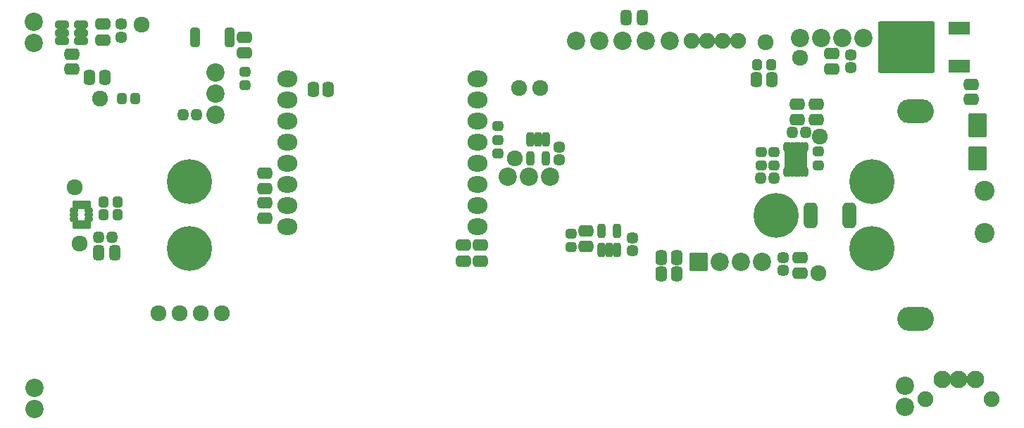
<source format=gbr>
%TF.GenerationSoftware,KiCad,Pcbnew,(6.0.11)*%
%TF.CreationDate,2023-02-13T14:33:55+01:00*%
%TF.ProjectId,carinsitu,63617269-6e73-4697-9475-2e6b69636164,1*%
%TF.SameCoordinates,Original*%
%TF.FileFunction,Soldermask,Top*%
%TF.FilePolarity,Negative*%
%FSLAX46Y46*%
G04 Gerber Fmt 4.6, Leading zero omitted, Abs format (unit mm)*
G04 Created by KiCad (PCBNEW (6.0.11)) date 2023-02-13 14:33:55*
%MOMM*%
%LPD*%
G01*
G04 APERTURE LIST*
G04 Aperture macros list*
%AMRoundRect*
0 Rectangle with rounded corners*
0 $1 Rounding radius*
0 $2 $3 $4 $5 $6 $7 $8 $9 X,Y pos of 4 corners*
0 Add a 4 corners polygon primitive as box body*
4,1,4,$2,$3,$4,$5,$6,$7,$8,$9,$2,$3,0*
0 Add four circle primitives for the rounded corners*
1,1,$1+$1,$2,$3*
1,1,$1+$1,$4,$5*
1,1,$1+$1,$6,$7*
1,1,$1+$1,$8,$9*
0 Add four rect primitives between the rounded corners*
20,1,$1+$1,$2,$3,$4,$5,0*
20,1,$1+$1,$4,$5,$6,$7,0*
20,1,$1+$1,$6,$7,$8,$9,0*
20,1,$1+$1,$8,$9,$2,$3,0*%
G04 Aperture macros list end*
%ADD10C,1.200000*%
%ADD11C,5.400000*%
%ADD12C,1.924000*%
%ADD13C,2.200000*%
%ADD14C,1.900000*%
%ADD15RoundRect,0.450000X0.450000X-0.262500X0.450000X0.262500X-0.450000X0.262500X-0.450000X-0.262500X0*%
%ADD16RoundRect,0.350000X0.512500X0.150000X-0.512500X0.150000X-0.512500X-0.150000X0.512500X-0.150000X0*%
%ADD17RoundRect,0.450000X-0.475000X0.250000X-0.475000X-0.250000X0.475000X-0.250000X0.475000X0.250000X0*%
%ADD18RoundRect,0.425000X-0.250000X0.225000X-0.250000X-0.225000X0.250000X-0.225000X0.250000X0.225000X0*%
%ADD19RoundRect,0.425000X-0.225000X-0.250000X0.225000X-0.250000X0.225000X0.250000X-0.225000X0.250000X0*%
%ADD20RoundRect,0.450000X-0.262500X-0.450000X0.262500X-0.450000X0.262500X0.450000X-0.262500X0.450000X0*%
%ADD21RoundRect,0.450000X-0.250000X-0.475000X0.250000X-0.475000X0.250000X0.475000X-0.250000X0.475000X0*%
%ADD22C,2.100000*%
%ADD23RoundRect,0.350000X-0.150000X0.512500X-0.150000X-0.512500X0.150000X-0.512500X0.150000X0.512500X0*%
%ADD24RoundRect,0.287500X-0.087500X0.225000X-0.087500X-0.225000X0.087500X-0.225000X0.087500X0.225000X0*%
%ADD25RoundRect,0.287500X-0.225000X0.087500X-0.225000X-0.087500X0.225000X-0.087500X0.225000X0.087500X0*%
%ADD26O,2.400000X2.000000*%
%ADD27RoundRect,0.450000X0.262500X0.450000X-0.262500X0.450000X-0.262500X-0.450000X0.262500X-0.450000X0*%
%ADD28RoundRect,0.450000X-0.450000X0.262500X-0.450000X-0.262500X0.450000X-0.262500X0.450000X0.262500X0*%
%ADD29RoundRect,0.250000X0.050000X-0.337500X0.050000X0.337500X-0.050000X0.337500X-0.050000X-0.337500X0*%
%ADD30RoundRect,0.200000X1.175000X-0.890000X1.175000X0.890000X-1.175000X0.890000X-1.175000X-0.890000X0*%
%ADD31RoundRect,0.425000X0.250000X-0.225000X0.250000X0.225000X-0.250000X0.225000X-0.250000X-0.225000X0*%
%ADD32RoundRect,0.450000X0.475000X-0.250000X0.475000X0.250000X-0.475000X0.250000X-0.475000X-0.250000X0*%
%ADD33RoundRect,0.450000X-0.362500X-1.075000X0.362500X-1.075000X0.362500X1.075000X-0.362500X1.075000X0*%
%ADD34RoundRect,0.400000X0.275000X-0.200000X0.275000X0.200000X-0.275000X0.200000X-0.275000X-0.200000X0*%
%ADD35RoundRect,0.425000X0.225000X0.250000X-0.225000X0.250000X-0.225000X-0.250000X0.225000X-0.250000X0*%
%ADD36C,2.400000*%
%ADD37RoundRect,0.400000X-0.275000X0.200000X-0.275000X-0.200000X0.275000X-0.200000X0.275000X0.200000X0*%
%ADD38RoundRect,0.400000X0.200000X0.275000X-0.200000X0.275000X-0.200000X-0.275000X0.200000X-0.275000X0*%
%ADD39RoundRect,0.200000X-0.900000X-0.900000X0.900000X-0.900000X0.900000X0.900000X-0.900000X0.900000X0*%
%ADD40RoundRect,0.200000X1.100000X0.600000X-1.100000X0.600000X-1.100000X-0.600000X1.100000X-0.600000X0*%
%ADD41RoundRect,0.200000X3.200000X2.900000X-3.200000X2.900000X-3.200000X-2.900000X3.200000X-2.900000X0*%
%ADD42RoundRect,0.400000X-0.200000X-0.800000X0.200000X-0.800000X0.200000X0.800000X-0.200000X0.800000X0*%
%ADD43RoundRect,0.400000X-0.200000X-0.275000X0.200000X-0.275000X0.200000X0.275000X-0.200000X0.275000X0*%
%ADD44RoundRect,0.200000X-0.900000X1.250000X-0.900000X-1.250000X0.900000X-1.250000X0.900000X1.250000X0*%
%ADD45O,4.400000X2.900000*%
%ADD46RoundRect,0.350000X0.150000X-0.512500X0.150000X0.512500X-0.150000X0.512500X-0.150000X-0.512500X0*%
G04 APERTURE END LIST*
D10*
%TO.C,FIX1*%
X103340000Y-99590000D03*
X106160000Y-99590000D03*
X103340000Y-102410000D03*
X104750000Y-99000000D03*
X106750000Y-101000000D03*
X102750000Y-101000000D03*
D11*
X104750000Y-101000000D03*
D10*
X104750000Y-103000000D03*
X106160000Y-102410000D03*
%TD*%
%TO.C,FIX2*%
X106160000Y-107590000D03*
X104750000Y-111000000D03*
X106160000Y-110410000D03*
D11*
X104750000Y-109000000D03*
D10*
X102750000Y-109000000D03*
X103340000Y-107590000D03*
X106750000Y-109000000D03*
X103340000Y-110410000D03*
X104750000Y-107000000D03*
%TD*%
%TO.C,FIX3*%
X176660000Y-106410000D03*
X175250000Y-107000000D03*
X175250000Y-103000000D03*
X173840000Y-106410000D03*
X177250000Y-105000000D03*
D11*
X175250000Y-105000000D03*
D10*
X173840000Y-103590000D03*
X173250000Y-105000000D03*
X176660000Y-103590000D03*
%TD*%
%TO.C,FIX4*%
X185340000Y-99590000D03*
X184750000Y-101000000D03*
X186750000Y-103000000D03*
X185340000Y-102410000D03*
D11*
X186750000Y-101000000D03*
D10*
X188160000Y-102410000D03*
X188750000Y-101000000D03*
X186750000Y-99000000D03*
X188160000Y-99590000D03*
%TD*%
%TO.C,FIX5*%
X186750000Y-107000000D03*
X185340000Y-110410000D03*
X186750000Y-111000000D03*
D11*
X186750000Y-109000000D03*
D10*
X188160000Y-110410000D03*
X185340000Y-107590000D03*
X184750000Y-109000000D03*
X188160000Y-107590000D03*
X188750000Y-109000000D03*
%TD*%
D12*
%TO.C,P2*%
X146893600Y-89728400D03*
X144393600Y-89728400D03*
%TD*%
D13*
%TO.C,MOD1*%
X151250000Y-84070000D03*
X154050000Y-84070000D03*
X156850000Y-84070000D03*
X159650000Y-84070000D03*
X162480000Y-84020000D03*
D14*
X165130000Y-84070000D03*
X166980000Y-84070000D03*
X168830000Y-84070000D03*
X170680000Y-84070000D03*
%TD*%
D15*
%TO.C,R2*%
X90601800Y-87424900D03*
X90601800Y-85599900D03*
%TD*%
D16*
%TO.C,U2*%
X91739300Y-84008000D03*
X91739300Y-83058000D03*
X91739300Y-82108000D03*
X89464300Y-82108000D03*
X89464300Y-83058000D03*
X89464300Y-84008000D03*
%TD*%
D13*
%TO.C,P1*%
X190728600Y-125552200D03*
X190728600Y-128092200D03*
%TD*%
D17*
%TO.C,C1*%
X178150000Y-110075000D03*
X178150000Y-111975000D03*
%TD*%
D18*
%TO.C,C2*%
X176118000Y-110084900D03*
X176118000Y-111634900D03*
%TD*%
D19*
%TO.C,C3*%
X93852400Y-107619800D03*
X95402400Y-107619800D03*
%TD*%
D20*
%TO.C,R1*%
X119635900Y-89890600D03*
X121460900Y-89890600D03*
%TD*%
D21*
%TO.C,C4*%
X93845000Y-109474000D03*
X95745000Y-109474000D03*
%TD*%
D14*
%TO.C,SW1*%
X201224400Y-127164800D03*
X193224400Y-127164800D03*
D22*
X195224400Y-124764800D03*
X197224400Y-124764800D03*
X199224400Y-124764800D03*
%TD*%
D13*
%TO.C,P3*%
X142976600Y-100355400D03*
X145516600Y-100355400D03*
X148056600Y-100355400D03*
%TD*%
D23*
%TO.C,U4*%
X147600000Y-95887500D03*
X146650000Y-95887500D03*
X145700000Y-95887500D03*
X145700000Y-98162500D03*
X147600000Y-98162500D03*
%TD*%
D20*
%TO.C,R6*%
X161482400Y-110109000D03*
X163307400Y-110109000D03*
%TD*%
%TO.C,R7*%
X161482400Y-112039400D03*
X163307400Y-112039400D03*
%TD*%
D24*
%TO.C,U7*%
X92514400Y-103781406D03*
X92014400Y-103781406D03*
X91514400Y-103781406D03*
X91014400Y-103781406D03*
D25*
X90851900Y-104443906D03*
X90851900Y-104943906D03*
X90851900Y-105443906D03*
D24*
X91014400Y-106106406D03*
X91514400Y-106106406D03*
X92014400Y-106106406D03*
X92514400Y-106106406D03*
D25*
X92676900Y-105443906D03*
X92676900Y-104943906D03*
X92676900Y-104443906D03*
%TD*%
D26*
%TO.C,U1*%
X116512200Y-88595200D03*
X116512200Y-91135200D03*
X116512200Y-93675200D03*
X116512200Y-96215200D03*
X116512200Y-98755200D03*
X116512200Y-101295200D03*
X116512200Y-103835200D03*
X116512200Y-106375200D03*
X139372200Y-106375200D03*
X139372200Y-103835200D03*
X139372200Y-101295200D03*
X139372200Y-98755200D03*
X139372200Y-96215200D03*
X139372200Y-93675200D03*
X139372200Y-91135200D03*
X139372200Y-88595200D03*
%TD*%
D27*
%TO.C,R8*%
X94587700Y-88392000D03*
X92762700Y-88392000D03*
%TD*%
D15*
%TO.C,R9*%
X113790000Y-101812500D03*
X113790000Y-99987500D03*
%TD*%
D28*
%TO.C,R10*%
X113790000Y-103507500D03*
X113790000Y-105332500D03*
%TD*%
D29*
%TO.C,U3*%
X176419800Y-99748700D03*
X176819800Y-99748700D03*
X177219800Y-99748700D03*
X177619800Y-99748700D03*
X178019800Y-99748700D03*
X178419800Y-99748700D03*
X178819800Y-99748700D03*
X178819800Y-96773700D03*
X178419800Y-96773700D03*
X178019800Y-96773700D03*
X177619800Y-96773700D03*
X177219800Y-96773700D03*
X176819800Y-96773700D03*
X176419800Y-96773700D03*
D30*
X177619800Y-98261200D03*
%TD*%
D31*
%TO.C,C15*%
X184251600Y-87262000D03*
X184251600Y-85712000D03*
%TD*%
D32*
%TO.C,C16*%
X181940200Y-87411600D03*
X181940200Y-85511600D03*
%TD*%
D17*
%TO.C,C17*%
X94335600Y-82019100D03*
X94335600Y-83919100D03*
%TD*%
D12*
%TO.C,TP7*%
X174010000Y-84230000D03*
%TD*%
%TO.C,TP9*%
X178189800Y-86081200D03*
%TD*%
D20*
%TO.C,R12*%
X172917500Y-88650000D03*
X174742500Y-88650000D03*
%TD*%
D28*
%TO.C,RD1*%
X177819800Y-91656200D03*
X177819800Y-93481200D03*
%TD*%
D13*
%TO.C,D4*%
X185810200Y-83718400D03*
X183240200Y-83718400D03*
X180700200Y-83718400D03*
X178130200Y-83718400D03*
%TD*%
D33*
%TO.C,RSense1*%
X179437500Y-105000000D03*
X184062500Y-105000000D03*
%TD*%
D34*
%TO.C,RB4*%
X111420000Y-89405000D03*
X111420000Y-87755000D03*
%TD*%
D35*
%TO.C,C8*%
X105575000Y-92950000D03*
X104025000Y-92950000D03*
%TD*%
D12*
%TO.C,TP11*%
X101015800Y-116763800D03*
%TD*%
D15*
%TO.C,RD2*%
X180119800Y-93481200D03*
X180119800Y-91656200D03*
%TD*%
D36*
%TO.C,F1*%
X200319800Y-107181200D03*
X200329800Y-102101200D03*
%TD*%
D12*
%TO.C,TP5*%
X108635800Y-116763800D03*
%TD*%
D37*
%TO.C,RB2*%
X173469800Y-97381200D03*
X173469800Y-99031200D03*
%TD*%
D12*
%TO.C,TP8*%
X93980000Y-90982800D03*
%TD*%
D38*
%TO.C,RB8*%
X96087200Y-103378000D03*
X94437200Y-103378000D03*
%TD*%
D17*
%TO.C,C12*%
X139750000Y-108625000D03*
X139750000Y-110525000D03*
%TD*%
D39*
%TO.C,P4*%
X165963600Y-110642400D03*
D13*
X168503600Y-110642400D03*
X171043600Y-110642400D03*
X173583600Y-110642400D03*
%TD*%
D32*
%TO.C,C18*%
X111350000Y-85500000D03*
X111350000Y-83600000D03*
%TD*%
D15*
%TO.C,R14*%
X152400000Y-108749000D03*
X152400000Y-106924000D03*
%TD*%
D34*
%TO.C,RB3*%
X150622000Y-108844000D03*
X150622000Y-107194000D03*
%TD*%
D15*
%TO.C,R4*%
X198725000Y-91062500D03*
X198725000Y-89237500D03*
%TD*%
D40*
%TO.C,Q1*%
X197265400Y-87090600D03*
D41*
X190965400Y-84810600D03*
D40*
X197265400Y-82530600D03*
%TD*%
D42*
%TO.C,SW2*%
X105400000Y-83600000D03*
X109600000Y-83600000D03*
%TD*%
D38*
%TO.C,RB9*%
X96087200Y-104952800D03*
X94437200Y-104952800D03*
%TD*%
D12*
%TO.C,TP1*%
X180519800Y-95531200D03*
%TD*%
%TO.C,TP10*%
X99000000Y-82050000D03*
%TD*%
D37*
%TO.C,RB1*%
X175019800Y-97381200D03*
X175019800Y-99031200D03*
%TD*%
%TO.C,RB10*%
X141800000Y-94305000D03*
X141800000Y-95955000D03*
%TD*%
D18*
%TO.C,C10*%
X157988000Y-107696000D03*
X157988000Y-109246000D03*
%TD*%
D43*
%TO.C,RB6*%
X173020000Y-86880000D03*
X174670000Y-86880000D03*
%TD*%
D19*
%TO.C,C6*%
X177244800Y-95031200D03*
X178794800Y-95031200D03*
%TD*%
D35*
%TO.C,C5*%
X174994800Y-100531200D03*
X173444800Y-100531200D03*
%TD*%
D17*
%TO.C,C13*%
X137725000Y-108625000D03*
X137725000Y-110525000D03*
%TD*%
D18*
%TO.C,C11*%
X96550000Y-82025000D03*
X96550000Y-83575000D03*
%TD*%
D12*
%TO.C,TP13*%
X90987600Y-101650800D03*
%TD*%
D34*
%TO.C,RB11*%
X180369800Y-99006200D03*
X180369800Y-97356200D03*
%TD*%
D38*
%TO.C,RB7*%
X98234000Y-90982800D03*
X96584000Y-90982800D03*
%TD*%
D31*
%TO.C,C9*%
X149174200Y-98374200D03*
X149174200Y-96824200D03*
%TD*%
D44*
%TO.C,D3*%
X199519800Y-94181200D03*
X199519800Y-98181200D03*
%TD*%
D12*
%TO.C,TP6*%
X143850000Y-98200000D03*
%TD*%
%TO.C,TP2*%
X103555800Y-116763800D03*
%TD*%
%TO.C,TP4*%
X180390800Y-111937800D03*
%TD*%
D13*
%TO.C,D5*%
X107848400Y-87833200D03*
X107848400Y-90373200D03*
X107848400Y-92913200D03*
%TD*%
D12*
%TO.C,TP3*%
X106095800Y-116763800D03*
%TD*%
D45*
%TO.C,H1*%
X192000000Y-117500000D03*
X192000000Y-92500000D03*
%TD*%
D21*
%TO.C,C14*%
X157275000Y-81275000D03*
X159175000Y-81275000D03*
%TD*%
D46*
%TO.C,U5*%
X154274600Y-109188000D03*
X155224600Y-109188000D03*
X156174600Y-109188000D03*
X156174600Y-106913000D03*
X154274600Y-106913000D03*
%TD*%
D12*
%TO.C,TP12*%
X91530000Y-108430000D03*
%TD*%
D34*
%TO.C,RB5*%
X141800000Y-97600000D03*
X141800000Y-95950000D03*
%TD*%
D13*
%TO.C,D2*%
X86004400Y-84277200D03*
X86004400Y-81737200D03*
%TD*%
%TO.C,D1*%
X86080600Y-128270000D03*
X86080600Y-125730000D03*
%TD*%
M02*

</source>
